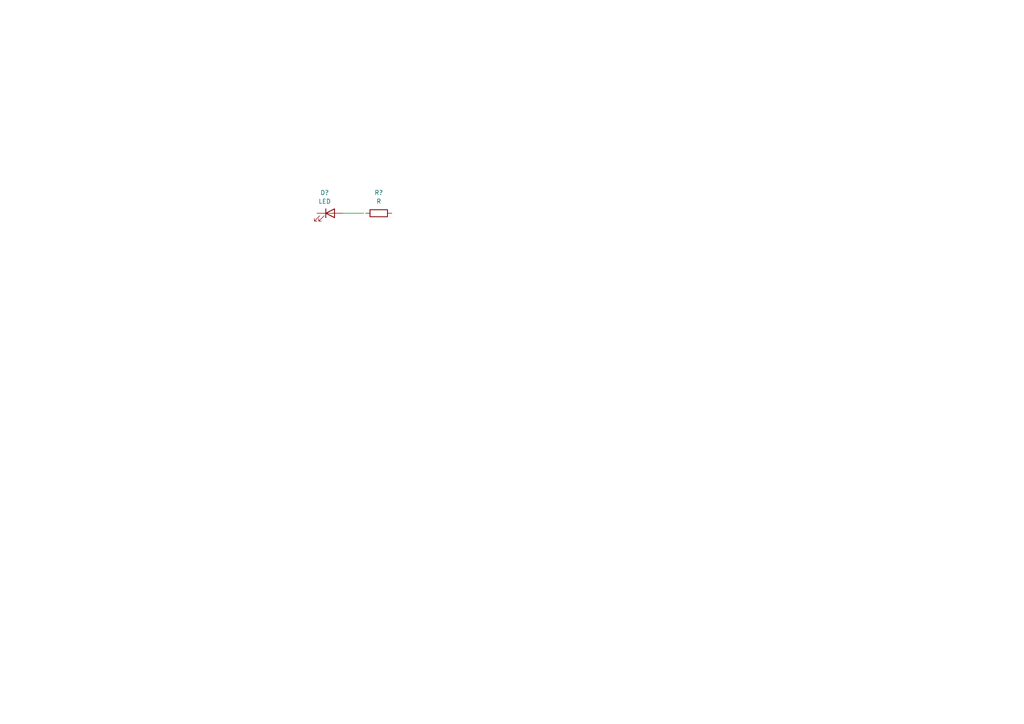
<source format=kicad_sch>
(kicad_sch (version 20211123) (generator eeschema)
  (paper "A4")
  (lib_symbols
    (symbol "Device:LED" (pin_numbers hide) (pin_names (offset 1.016) hide)
      (property "Reference" "D" (at 0 2.54 0))
      (property "Value" "LED" (at 0 -2.54 0))
      (symbol "LED_0_1"
        (polyline (pts (xy -1.27 -1.27) (xy -1.27 1.27)) (stroke (width 0.254)))
        (polyline (pts (xy -1.27 0) (xy 1.27 0)))
        (polyline (pts (xy 1.27 -1.27) (xy 1.27 1.27) (xy -1.27 0) (xy 1.27 -1.27)) (stroke (width 0.254)))
        (polyline (pts (xy -3.048 -0.762) (xy -4.572 -2.286) (xy -3.81 -2.286) (xy -4.572 -2.286) (xy -4.572 -1.524)))
        (polyline (pts (xy -1.778 -0.762) (xy -3.302 -2.286) (xy -2.54 -2.286) (xy -3.302 -2.286) (xy -3.302 -1.524)))
      )
      (symbol "LED_1_1"
        (pin passive line (at -3.81 0 0) (length 2.54) (name "K") (number "1"))
        (pin passive line (at 3.81 0 180) (length 2.54) (name "A") (number "2"))
      )
    )
    (symbol "Device:R" (pin_numbers hide) (pin_names (offset 0))
      (property "Reference" "R" (at 2.032 0 90))
      (property "Value" "R" (at 0 0 90))
      (symbol "R_0_1"
        (rectangle (start -1.016 -2.54) (end 1.016 2.54) (stroke (width 0.254)))
      )
      (symbol "R_1_1"
        (pin passive line (at 0 3.81 270) (length 1.27) (name "~") (number "1"))
        (pin passive line (at 0 -3.81 90) (length 1.27) (name "~") (number "2"))
      )
    )
  )
  (wire (pts (xy 99.568 61.849) (xy 105.537 61.849)))
  (symbol (lib_id "Device:R") (at 109.855 61.849 90) (unit 1)
    (property "Reference" "R?" (at 109.855 55.88 90))
    (property "Value" "R" (at 109.855 58.42 90))
  )
  (symbol (lib_id "Device:LED") (at 95.758 61.849 0) (unit 1)
    (property "Reference" "D?" (at 94.1705 55.88 0))
    (property "Value" "LED" (at 94.1705 58.42 0))
  )
)
</source>
